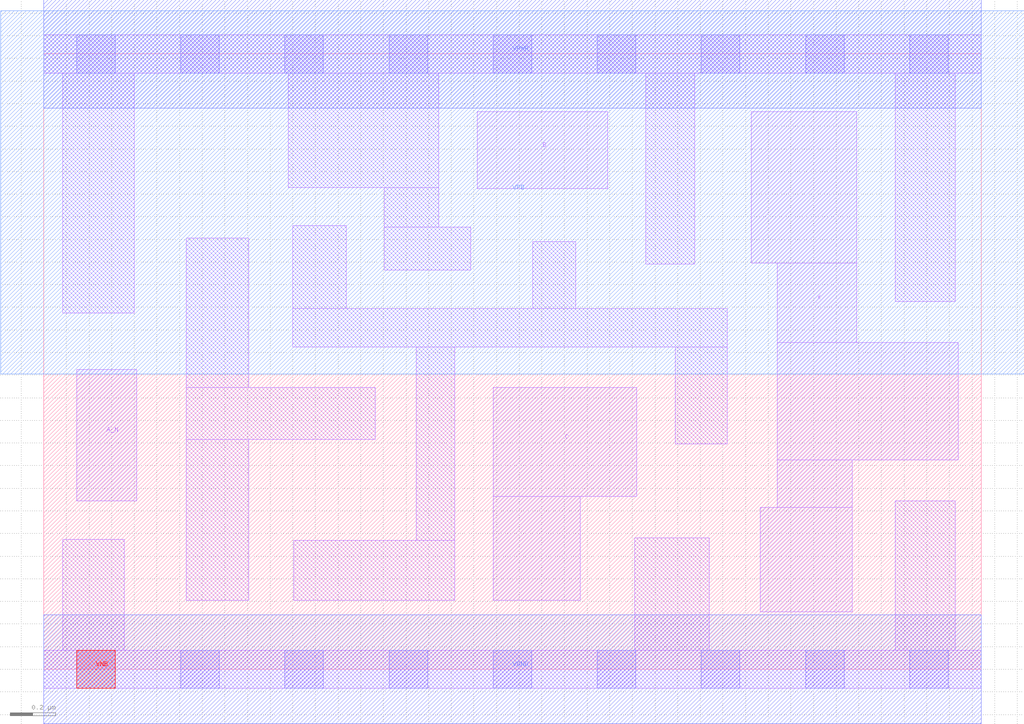
<source format=lef>
# Copyright 2020 The SkyWater PDK Authors
#
# Licensed under the Apache License, Version 2.0 (the "License");
# you may not use this file except in compliance with the License.
# You may obtain a copy of the License at
#
#     https://www.apache.org/licenses/LICENSE-2.0
#
# Unless required by applicable law or agreed to in writing, software
# distributed under the License is distributed on an "AS IS" BASIS,
# WITHOUT WARRANTIES OR CONDITIONS OF ANY KIND, either express or implied.
# See the License for the specific language governing permissions and
# limitations under the License.
#
# SPDX-License-Identifier: Apache-2.0

VERSION 5.7 ;
  NOWIREEXTENSIONATPIN ON ;
  DIVIDERCHAR "/" ;
  BUSBITCHARS "[]" ;
PROPERTYDEFINITIONS
  MACRO maskLayoutSubType STRING ;
  MACRO prCellType STRING ;
  MACRO originalViewName STRING ;
END PROPERTYDEFINITIONS
MACRO sky130_fd_sc_hdll__and3b_2
  CLASS CORE ;
  FOREIGN sky130_fd_sc_hdll__and3b_2 ;
  ORIGIN  0.000000  0.000000 ;
  SIZE  4.140000 BY  2.720000 ;
  SYMMETRY X Y R90 ;
  SITE unithd ;
  PIN A_N
    ANTENNAGATEAREA  0.138600 ;
    DIRECTION INPUT ;
    USE SIGNAL ;
    PORT
      LAYER li1 ;
        RECT 0.145000 0.745000 0.410000 1.325000 ;
    END
  END A_N
  PIN B
    ANTENNAGATEAREA  0.138600 ;
    DIRECTION INPUT ;
    USE SIGNAL ;
    PORT
      LAYER li1 ;
        RECT 1.915000 2.125000 2.490000 2.465000 ;
    END
  END B
  PIN C
    ANTENNAGATEAREA  0.138600 ;
    DIRECTION INPUT ;
    USE SIGNAL ;
    PORT
      LAYER li1 ;
        RECT 1.985000 0.305000 2.370000 0.765000 ;
        RECT 1.985000 0.765000 2.620000 1.245000 ;
    END
  END C
  PIN VNB
    PORT
      LAYER pwell ;
        RECT 0.145000 -0.085000 0.315000 0.085000 ;
    END
  END VNB
  PIN VPB
    PORT
      LAYER nwell ;
        RECT -0.190000 1.305000 4.330000 2.910000 ;
    END
  END VPB
  PIN X
    ANTENNADIFFAREA  0.498000 ;
    DIRECTION OUTPUT ;
    USE SIGNAL ;
    PORT
      LAYER li1 ;
        RECT 3.125000 1.795000 3.590000 2.465000 ;
        RECT 3.165000 0.255000 3.570000 0.715000 ;
        RECT 3.240000 0.715000 3.570000 0.925000 ;
        RECT 3.240000 0.925000 4.040000 1.445000 ;
        RECT 3.240000 1.445000 3.590000 1.795000 ;
    END
  END X
  PIN VGND
    DIRECTION INOUT ;
    USE GROUND ;
    PORT
      LAYER met1 ;
        RECT 0.000000 -0.240000 4.140000 0.240000 ;
    END
  END VGND
  PIN VPWR
    DIRECTION INOUT ;
    USE POWER ;
    PORT
      LAYER met1 ;
        RECT 0.000000 2.480000 4.140000 2.960000 ;
    END
  END VPWR
  OBS
    LAYER li1 ;
      RECT 0.000000 -0.085000 4.140000 0.085000 ;
      RECT 0.000000  2.635000 4.140000 2.805000 ;
      RECT 0.085000  0.085000 0.355000 0.575000 ;
      RECT 0.085000  1.575000 0.400000 2.635000 ;
      RECT 0.630000  0.305000 0.905000 1.015000 ;
      RECT 0.630000  1.015000 1.465000 1.245000 ;
      RECT 0.630000  1.245000 0.905000 1.905000 ;
      RECT 1.080000  2.130000 1.745000 2.635000 ;
      RECT 1.100000  1.425000 3.020000 1.595000 ;
      RECT 1.100000  1.595000 1.335000 1.960000 ;
      RECT 1.105000  0.305000 1.815000 0.570000 ;
      RECT 1.505000  1.765000 1.885000 1.955000 ;
      RECT 1.505000  1.955000 1.745000 2.130000 ;
      RECT 1.645000  0.570000 1.815000 1.425000 ;
      RECT 2.160000  1.595000 2.350000 1.890000 ;
      RECT 2.610000  0.085000 2.940000 0.580000 ;
      RECT 2.660000  1.790000 2.875000 2.635000 ;
      RECT 2.790000  0.995000 3.020000 1.425000 ;
      RECT 3.760000  0.085000 4.025000 0.745000 ;
      RECT 3.760000  1.625000 4.025000 2.635000 ;
    LAYER mcon ;
      RECT 0.145000 -0.085000 0.315000 0.085000 ;
      RECT 0.145000  2.635000 0.315000 2.805000 ;
      RECT 0.605000 -0.085000 0.775000 0.085000 ;
      RECT 0.605000  2.635000 0.775000 2.805000 ;
      RECT 1.065000 -0.085000 1.235000 0.085000 ;
      RECT 1.065000  2.635000 1.235000 2.805000 ;
      RECT 1.525000 -0.085000 1.695000 0.085000 ;
      RECT 1.525000  2.635000 1.695000 2.805000 ;
      RECT 1.985000 -0.085000 2.155000 0.085000 ;
      RECT 1.985000  2.635000 2.155000 2.805000 ;
      RECT 2.445000 -0.085000 2.615000 0.085000 ;
      RECT 2.445000  2.635000 2.615000 2.805000 ;
      RECT 2.905000 -0.085000 3.075000 0.085000 ;
      RECT 2.905000  2.635000 3.075000 2.805000 ;
      RECT 3.365000 -0.085000 3.535000 0.085000 ;
      RECT 3.365000  2.635000 3.535000 2.805000 ;
      RECT 3.825000 -0.085000 3.995000 0.085000 ;
      RECT 3.825000  2.635000 3.995000 2.805000 ;
  END
  PROPERTY maskLayoutSubType "abstract" ;
  PROPERTY prCellType "standard" ;
  PROPERTY originalViewName "layout" ;
END sky130_fd_sc_hdll__and3b_2
END LIBRARY

</source>
